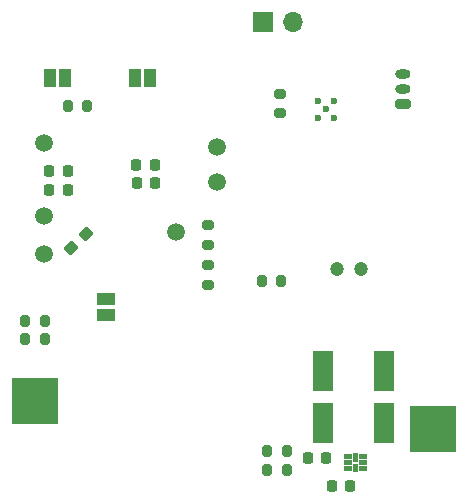
<source format=gbr>
%TF.GenerationSoftware,KiCad,Pcbnew,8.0.3-8.0.3-0~ubuntu22.04.1*%
%TF.CreationDate,2024-06-15T18:18:28-06:00*%
%TF.ProjectId,stm32g070 and DRV8311 single motor board - V1 Alpha,73746d33-3267-4303-9730-20616e642044,rev?*%
%TF.SameCoordinates,Original*%
%TF.FileFunction,Soldermask,Bot*%
%TF.FilePolarity,Negative*%
%FSLAX46Y46*%
G04 Gerber Fmt 4.6, Leading zero omitted, Abs format (unit mm)*
G04 Created by KiCad (PCBNEW 8.0.3-8.0.3-0~ubuntu22.04.1) date 2024-06-15 18:18:28*
%MOMM*%
%LPD*%
G01*
G04 APERTURE LIST*
G04 Aperture macros list*
%AMRoundRect*
0 Rectangle with rounded corners*
0 $1 Rounding radius*
0 $2 $3 $4 $5 $6 $7 $8 $9 X,Y pos of 4 corners*
0 Add a 4 corners polygon primitive as box body*
4,1,4,$2,$3,$4,$5,$6,$7,$8,$9,$2,$3,0*
0 Add four circle primitives for the rounded corners*
1,1,$1+$1,$2,$3*
1,1,$1+$1,$4,$5*
1,1,$1+$1,$6,$7*
1,1,$1+$1,$8,$9*
0 Add four rect primitives between the rounded corners*
20,1,$1+$1,$2,$3,$4,$5,0*
20,1,$1+$1,$4,$5,$6,$7,0*
20,1,$1+$1,$6,$7,$8,$9,0*
20,1,$1+$1,$8,$9,$2,$3,0*%
G04 Aperture macros list end*
%ADD10C,0.000000*%
%ADD11RoundRect,0.200000X0.450000X-0.200000X0.450000X0.200000X-0.450000X0.200000X-0.450000X-0.200000X0*%
%ADD12O,1.300000X0.800000*%
%ADD13C,1.200000*%
%ADD14R,1.700000X1.700000*%
%ADD15O,1.700000X1.700000*%
%ADD16C,0.600000*%
%ADD17R,1.800000X3.400000*%
%ADD18C,1.500000*%
%ADD19R,1.500000X1.000000*%
%ADD20RoundRect,0.200000X-0.200000X-0.275000X0.200000X-0.275000X0.200000X0.275000X-0.200000X0.275000X0*%
%ADD21RoundRect,0.225000X0.225000X0.250000X-0.225000X0.250000X-0.225000X-0.250000X0.225000X-0.250000X0*%
%ADD22R,1.000000X1.500000*%
%ADD23RoundRect,0.200000X0.200000X0.275000X-0.200000X0.275000X-0.200000X-0.275000X0.200000X-0.275000X0*%
%ADD24RoundRect,0.200000X-0.275000X0.200000X-0.275000X-0.200000X0.275000X-0.200000X0.275000X0.200000X0*%
%ADD25RoundRect,0.237500X0.044194X0.380070X-0.380070X-0.044194X-0.044194X-0.380070X0.380070X0.044194X0*%
%ADD26R,4.000000X4.000000*%
%ADD27RoundRect,0.218750X-0.218750X-0.256250X0.218750X-0.256250X0.218750X0.256250X-0.218750X0.256250X0*%
%ADD28RoundRect,0.225000X-0.225000X-0.250000X0.225000X-0.250000X0.225000X0.250000X-0.225000X0.250000X0*%
%ADD29R,0.580000X0.300000*%
%ADD30R,0.579882X0.249936*%
%ADD31R,0.350000X0.630000*%
G04 APERTURE END LIST*
D10*
%TO.C,U3*%
G36*
X152042499Y-127000001D02*
G01*
X151362501Y-127000001D01*
X151362501Y-126599999D01*
X152042499Y-126599999D01*
X152042499Y-127000001D01*
G37*
G36*
X152042499Y-127500000D02*
G01*
X151362501Y-127500000D01*
X151362501Y-127100000D01*
X152042499Y-127100000D01*
X152042499Y-127500000D01*
G37*
G36*
X152042499Y-128000001D02*
G01*
X151362501Y-128000001D01*
X151362501Y-127599999D01*
X152042499Y-127599999D01*
X152042499Y-128000001D01*
G37*
G36*
X152567500Y-127229999D02*
G01*
X152107500Y-127229999D01*
X152107500Y-126500000D01*
X152567500Y-126500000D01*
X152567500Y-127229999D01*
G37*
G36*
X152567500Y-128105000D02*
G01*
X152107500Y-128105000D01*
X152107500Y-127365001D01*
X152567500Y-127365001D01*
X152567500Y-128105000D01*
G37*
G36*
X153312499Y-127000001D02*
G01*
X152632501Y-127000001D01*
X152632501Y-126599999D01*
X153312499Y-126599999D01*
X153312499Y-127000001D01*
G37*
G36*
X153312499Y-127500000D02*
G01*
X152632501Y-127500000D01*
X152632501Y-127100000D01*
X153312499Y-127100000D01*
X153312499Y-127500000D01*
G37*
G36*
X153312499Y-128000001D02*
G01*
X152632501Y-128000001D01*
X152632501Y-127599999D01*
X153312499Y-127599999D01*
X153312499Y-128000001D01*
G37*
%TD*%
D11*
%TO.C,J3*%
X156400000Y-96900000D03*
D12*
X156400000Y-95650000D03*
X156400000Y-94400000D03*
%TD*%
D13*
%TO.C,C15*%
X152800000Y-110900000D03*
X150800000Y-110900000D03*
%TD*%
D14*
%TO.C,J4*%
X144525000Y-90000000D03*
D15*
X147065000Y-90000000D03*
%TD*%
D16*
%TO.C,U2*%
X149162498Y-98100001D03*
X150562500Y-98100001D03*
X149862499Y-97374600D03*
X149162498Y-96699999D03*
X150562500Y-96699999D03*
%TD*%
D17*
%TO.C,R6*%
X154800000Y-119500000D03*
X149600000Y-119500000D03*
%TD*%
D18*
%TO.C,TP1*%
X126000000Y-109600000D03*
%TD*%
%TO.C,TP3*%
X140600000Y-100600000D03*
%TD*%
D19*
%TO.C,L1*%
X131200000Y-113450000D03*
X131200000Y-114750000D03*
%TD*%
D17*
%TO.C,R7*%
X154800000Y-123900000D03*
X149600000Y-123900000D03*
%TD*%
D20*
%TO.C,R5*%
X144875000Y-126300000D03*
X146525000Y-126300000D03*
%TD*%
D21*
%TO.C,C11*%
X151875000Y-129300000D03*
X150325000Y-129300000D03*
%TD*%
D18*
%TO.C,TP2*%
X140600000Y-103500000D03*
%TD*%
D22*
%TO.C,JP2*%
X133650000Y-94700000D03*
X134950000Y-94700000D03*
%TD*%
D23*
%TO.C,R14*%
X129625000Y-97100000D03*
X127975000Y-97100000D03*
%TD*%
D24*
%TO.C,R18*%
X139900000Y-107175000D03*
X139900000Y-108825000D03*
%TD*%
%TO.C,R17*%
X139900000Y-110575000D03*
X139900000Y-112225000D03*
%TD*%
D25*
%TO.C,C18*%
X129509880Y-107890120D03*
X128290120Y-109109880D03*
%TD*%
D24*
%TO.C,R1*%
X145925659Y-96077365D03*
X145925659Y-97727365D03*
%TD*%
D18*
%TO.C,TP5*%
X126000000Y-106400000D03*
%TD*%
D26*
%TO.C,H4*%
X125200000Y-122100000D03*
%TD*%
D21*
%TO.C,C2*%
X127975000Y-102600000D03*
X126425000Y-102600000D03*
%TD*%
%TO.C,C1*%
X127975000Y-104200000D03*
X126425000Y-104200000D03*
%TD*%
D18*
%TO.C,TP4*%
X126000000Y-100200000D03*
%TD*%
D22*
%TO.C,JP1*%
X127750000Y-94700000D03*
X126450000Y-94700000D03*
%TD*%
D20*
%TO.C,R3*%
X144875000Y-127900000D03*
X146525000Y-127900000D03*
%TD*%
D27*
%TO.C,FB1*%
X133812500Y-102100000D03*
X135387500Y-102100000D03*
%TD*%
D21*
%TO.C,C19*%
X135375000Y-103600000D03*
X133825000Y-103600000D03*
%TD*%
D18*
%TO.C,TP6*%
X137200000Y-107800000D03*
%TD*%
D23*
%TO.C,R9*%
X126025000Y-116800000D03*
X124375000Y-116800000D03*
%TD*%
%TO.C,R19*%
X146075000Y-111900000D03*
X144425000Y-111900000D03*
%TD*%
D26*
%TO.C,H2*%
X158900000Y-124400000D03*
%TD*%
D28*
%TO.C,C12*%
X148325000Y-126900000D03*
X149875000Y-126900000D03*
%TD*%
D29*
%TO.C,U3*%
X151702500Y-127799999D03*
D30*
X151702500Y-127300000D03*
D29*
X151702500Y-126800001D03*
D31*
X152337500Y-126865000D03*
D29*
X152972500Y-126800001D03*
D30*
X152972500Y-127300000D03*
D29*
X152972500Y-127799999D03*
D31*
X152337500Y-127735000D03*
%TD*%
D20*
%TO.C,R8*%
X124387500Y-115300000D03*
X126037500Y-115300000D03*
%TD*%
M02*

</source>
